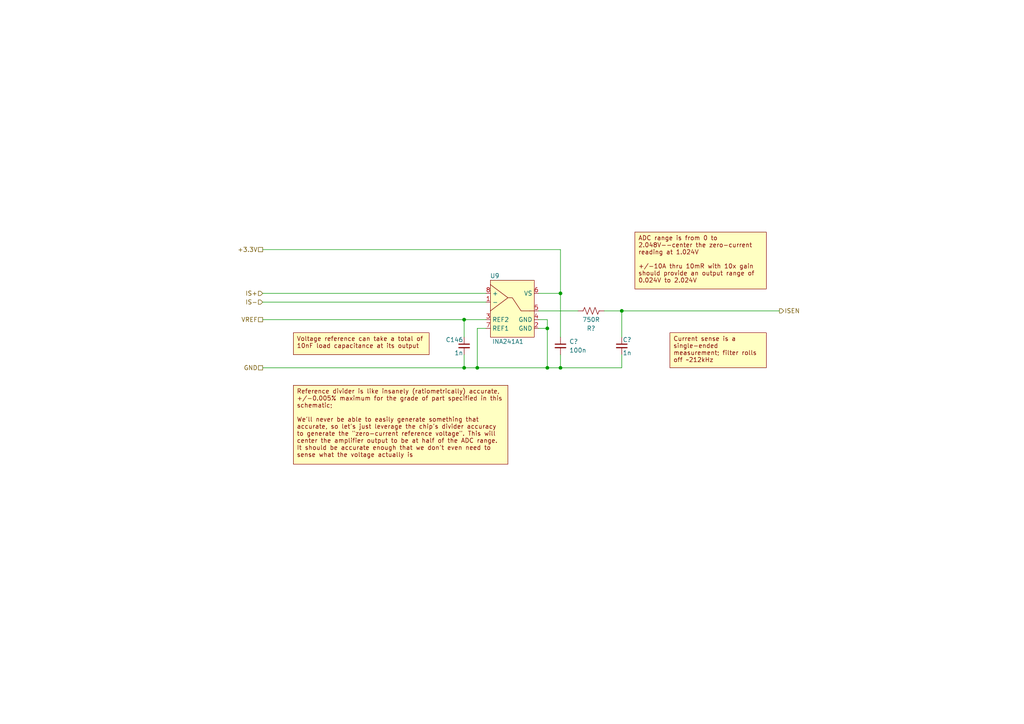
<source format=kicad_sch>
(kicad_sch (version 20230121) (generator eeschema)
  (paper "A4")
  (title_block (title "Shim Amplifier Prototype") (date "2023-08-01") (rev "A.1") (company "Ishaan Govindarajan"))
  (lib_symbols
    (symbol "Custom-AnalogIC:INA241A1"
      (property "Reference" "U" (at -3.81 10.16 0))
      (property "Value" "INA241A1" (at -1.27 -8.89 0))
      (symbol "INA241A1_0_1"
        (polyline (pts (xy -5.08 0) (xy -6.35 0)))
      )
      (symbol "INA241A1_1_1"
        (rectangle (start -6.35 8.89) (end 6.35 -7.62) (fill (type background)))
        (polyline (pts (xy 1.27 3.81) (xy 6.35 0)))
        (polyline (pts (xy 6.35 7.62) (xy 1.27 3.81)))
        (polyline (pts (xy -5.08 0) (xy -2.54 0) (xy 0 3.81) (xy 1.27 3.81)))
        (pin passive line (at 7.62 2.54 180) (length 1.27) (name "-") (number "1"))
        (pin power_in line (at -7.62 -5.08 0) (length 1.27) (name "GND") (number "2"))
        (pin passive line (at 7.62 -2.54 180) (length 1.27) (name "REF2") (number "3"))
        (pin power_in line (at -7.62 -2.54 0) (length 1.27) (name "GND") (number "4"))
        (pin output line (at -7.62 0 0) (length 1.27) (name "") (number "5"))
        (pin power_in line (at -7.62 5.08 0) (length 1.27) (name "VS") (number "6"))
        (pin passive line (at 7.62 -5.08 180) (length 1.27) (name "REF1") (number "7"))
        (pin passive line (at 7.62 5.08 180) (length 1.27) (name "+") (number "8"))
      )
    )
    (symbol "Custom-Capacitor:CL10B102KB8NNNC" (pin_numbers hide) (pin_names (offset 0.254) hide)
      (property "Reference" "C" (at 0.254 1.778 0))
      (property "Value" "1n" (at 0.254 -2.032 0))
      (symbol "CL10B102KB8NNNC_0_1"
        (polyline (pts (xy -1.524 -0.508) (xy 1.524 -0.508)) (stroke (width 0.3302)))
        (polyline (pts (xy -1.524 0.508) (xy 1.524 0.508)) (stroke (width 0.3048)))
      )
      (symbol "CL10B102KB8NNNC_1_1"
        (pin passive line (at 0 2.54 270) (length 2.032) (name "~") (number "1"))
        (pin passive line (at 0 -2.54 90) (length 2.032) (name "~") (number "2"))
      )
    )
    (symbol "Custom-Capacitor:CL10B104KB8NNWC" (pin_numbers hide) (pin_names (offset 0.254) hide)
      (property "Reference" "C" (at 0.254 1.778 0))
      (property "Value" "100n" (at 0.254 -2.032 0))
      (symbol "CL10B104KB8NNWC_0_1"
        (polyline (pts (xy -1.524 -0.508) (xy 1.524 -0.508)) (stroke (width 0.3302)))
        (polyline (pts (xy -1.524 0.508) (xy 1.524 0.508)) (stroke (width 0.3048)))
      )
      (symbol "CL10B104KB8NNWC_1_1"
        (pin passive line (at 0 2.54 270) (length 2.032) (name "~") (number "1"))
        (pin passive line (at 0 -2.54 90) (length 2.032) (name "~") (number "2"))
      )
    )
    (symbol "Custom-Resistor:RMCF0603FT750R" (pin_numbers hide) (pin_names (offset 0))
      (property "Reference" "R" (at 2.54 0 90))
      (property "Value" "750R" (at -2.54 0 90))
      (symbol "RMCF0603FT750R_0_1"
        (polyline (pts (xy 0 -2.286) (xy 0 -2.54)))
        (polyline (pts (xy 0 2.286) (xy 0 2.54)))
        (polyline (pts (xy 0 -0.762) (xy 1.016 -1.143) (xy 0 -1.524) (xy -1.016 -1.905) (xy 0 -2.286)))
        (polyline (pts (xy 0 0.762) (xy 1.016 0.381) (xy 0 0) (xy -1.016 -0.381) (xy 0 -0.762)))
        (polyline (pts (xy 0 2.286) (xy 1.016 1.905) (xy 0 1.524) (xy -1.016 1.143) (xy 0 0.762)))
      )
      (symbol "RMCF0603FT750R_1_1"
        (pin passive line (at 0 3.81 270) (length 1.27) (name "~") (number "1"))
        (pin passive line (at 0 -3.81 90) (length 1.27) (name "~") (number "2"))
      )
    )
  )
  (junction (at 158.75 95.25))
  (junction (at 180.34 90.17))
  (junction (at 134.62 106.68))
  (junction (at 134.62 92.71))
  (junction (at 162.56 85.09))
  (junction (at 158.75 106.68))
  (junction (at 162.56 106.68))
  (junction (at 138.43 106.68))
  (wire (pts (xy 180.34 90.17) (xy 226.06 90.17)))
  (wire (pts (xy 76.2 106.68) (xy 134.62 106.68)))
  (wire (pts (xy 180.34 106.68) (xy 162.56 106.68)))
  (wire (pts (xy 76.2 87.63) (xy 140.97 87.63)))
  (wire (pts (xy 167.64 90.17) (xy 156.21 90.17)))
  (wire (pts (xy 134.62 92.71) (xy 134.62 97.79)))
  (wire (pts (xy 138.43 95.25) (xy 138.43 106.68)))
  (wire (pts (xy 162.56 72.39) (xy 162.56 85.09)))
  (wire (pts (xy 162.56 85.09) (xy 156.21 85.09)))
  (wire (pts (xy 162.56 97.79) (xy 162.56 85.09)))
  (wire (pts (xy 162.56 102.87) (xy 162.56 106.68)))
  (wire (pts (xy 134.62 106.68) (xy 138.43 106.68)))
  (wire (pts (xy 162.56 106.68) (xy 158.75 106.68)))
  (wire (pts (xy 180.34 90.17) (xy 180.34 97.79)))
  (wire (pts (xy 134.62 92.71) (xy 140.97 92.71)))
  (wire (pts (xy 158.75 95.25) (xy 156.21 95.25)))
  (wire (pts (xy 140.97 95.25) (xy 138.43 95.25)))
  (wire (pts (xy 156.21 92.71) (xy 158.75 92.71)))
  (wire (pts (xy 76.2 92.71) (xy 134.62 92.71)))
  (wire (pts (xy 134.62 102.87) (xy 134.62 106.68)))
  (wire (pts (xy 180.34 90.17) (xy 175.26 90.17)))
  (wire (pts (xy 76.2 85.09) (xy 140.97 85.09)))
  (wire (pts (xy 180.34 102.87) (xy 180.34 106.68)))
  (wire (pts (xy 158.75 95.25) (xy 158.75 106.68)))
  (wire (pts (xy 76.2 72.39) (xy 162.56 72.39)))
  (wire (pts (xy 138.43 106.68) (xy 158.75 106.68)))
  (wire (pts (xy 158.75 92.71) (xy 158.75 95.25)))
  (text_box "Current sense is a single-ended measurement; filter rolls off ~212kHz" (at 194.31 96.52 0) (size 27.94 10.16) (stroke (width 0) (color 132 0 0 1)) (fill (type color) (color 255 255 194 1)) (effects (font (size 1.27 1.27)) (justify left top)))
  (text_box "ADC range is from 0 to 2.048V--center the zero-current reading at 1.024V\n\n+/-10A thru 10mR with 10x gain should provide an output range of 0.024V to 2.024V" (at 184.15 67.31 0) (size 38.1 16.51) (stroke (width 0) (color 132 0 0 1)) (fill (type color) (color 255 255 194 1)) (effects (font (size 1.27 1.27)) (justify left top)))
  (text_box "Reference divider is like insanely (ratiometrically) accurate, +/-0.005% maximum for the grade of part specified in this schematic;\n\nWe'll never be able to easily generate something that accurate, so let's just leverage the chip's divider accuracy to generate the \"zero-current reference voltage\". This will center the amplifier output to be at half of the ADC range. It should be accurate enough that we don't even need to sense what the voltage actually is" (at 85.09 111.76 0) (size 62.23 22.86) (stroke (width 0) (color 132 0 0 1)) (fill (type color) (color 255 255 194 1)) (effects (font (size 1.27 1.27)) (justify left top)))
  (text_box "Voltage reference can take a total of 10nF load capacitance at its output" (at 85.09 96.52 0) (size 39.37 6.35) (stroke (width 0) (color 132 0 0 1)) (fill (type color) (color 255 255 194 1)) (effects (font (size 1.27 1.27)) (justify left top)))
  (hierarchical_label "IS+" (shape input) (at 76.2 85.09 180))
  (hierarchical_label "ISEN" (shape output) (at 226.06 90.17 0))
  (hierarchical_label "IS-" (shape input) (at 76.2 87.63 180))
  (hierarchical_label "+3.3V" (shape passive) (at 76.2 72.39 180))
  (hierarchical_label "GND" (shape passive) (at 76.2 106.68 180))
  (hierarchical_label "VREF" (shape passive) (at 76.2 92.71 180))
  (symbol (lib_id "Custom-Capacitor:CL10B102KB8NNNC") (at 134.62 100.33 0) (mirror y) (unit 1)
    (property "Reference" "C146" (at 134.366 98.552 0) (effects (justify left)))
    (property "Value" "1n" (at 134.366 102.362 0) (effects (justify left)))
    (property "Footprint" "Capacitor_SMD:C_0603_1608Metric_Pad1.08x0.95mm_HandSolder" (effects hide))
    (property "Datasheet" "https://product.samsungsem.com/mlcc/CL10B102KB8NNN.do" (effects hide))
    (property "Manufacturer" "Samsung Electro-Mechanics" (effects hide))
    (property "Part Number" "CL10B102KB8NNNC" (effects hide))
  )
  (symbol (lib_id "Custom-Resistor:RMCF0603FT750R") (at 171.45 90.17 270) (unit 1)
    (property "Reference" "R?" (at 171.45 95.25 90))
    (property "Value" "750R" (at 171.45 92.71 90))
    (property "Footprint" "Resistor_SMD:R_0603_1608Metric_Pad0.98x0.95mm_HandSolder" (effects hide))
    (property "Datasheet" "https://www.seielect.com/Catalog/SEI-RMCF_RMCP.pdf" (effects hide))
    (property "Manufacturer" "Stackpole Electronics Inc" (effects hide))
    (property "Part Number" "RMCF0603FT750R" (effects hide))
    (instances (project "Class-D Prototype RevB" (path "" (reference "R?") (unit 1)) (path "" (reference "R48") (unit 1))))
  )
  (symbol (lib_id "Custom-Capacitor:CL10B104KB8NNWC") (at 162.56 100.33 0) (mirror y) (unit 1)
    (property "Reference" "C?" (at 165.1 99.0663 0) (effects (justify right)))
    (property "Value" "100n" (at 165.1 101.6063 0) (effects (justify right)))
    (property "Footprint" "Capacitor_SMD:C_0603_1608Metric_Pad1.08x0.95mm_HandSolder" (effects hide))
    (property "Datasheet" "https://product.samsungsem.com/mlcc/CL31B106KAHNFN.do" (effects hide))
    (property "Manufacturer" "Samsung Electro-Mechanics" (effects hide))
    (property "Part Number" "CL10B104KB8NNWC" (effects hide))
    (instances (project "Class-D Prototype RevB" (path "" (reference "C?") (unit 1)) (path "" (reference "C147") (unit 1))))
  )
  (symbol (lib_id "Custom-Capacitor:CL10B102KB8NNNC") (at 180.34 100.33 0) (unit 1)
    (property "Reference" "C?" (at 180.594 98.552 0) (effects (justify left)))
    (property "Value" "1n" (at 180.594 102.362 0) (effects (justify left)))
    (property "Footprint" "Capacitor_SMD:C_0603_1608Metric_Pad1.08x0.95mm_HandSolder" (effects hide))
    (property "Datasheet" "https://product.samsungsem.com/mlcc/CL10B102KB8NNN.do" (effects hide))
    (property "Manufacturer" "Samsung Electro-Mechanics" (effects hide))
    (property "Part Number" "CL10B102KB8NNNC" (effects hide))
    (instances (project "Class-D Prototype RevB" (path "" (reference "C?") (unit 1)) (path "" (reference "C148") (unit 1))))
  )
  (symbol (lib_id "Custom-AnalogIC:INA241A1") (at 148.59 90.17 0) (mirror y) (unit 1)
    (property "Reference" "U9" (at 143.51 80.01 0))
    (property "Value" "INA241A1" (at 147.32 99.06 0))
    (property "Footprint" "Package_TO_SOT_SMD:SOT-23-8_Handsoldering" (effects hide))
    (property "Datasheet" "https://www.ti.com/lit/ds/symlink/ina241a.pdf" (effects hide))
    (property "Manufacturer" "Texas Instruments" (effects hide))
    (property "Part Number" "INA241A1IDDFR" (effects hide))
  )
)
</source>
